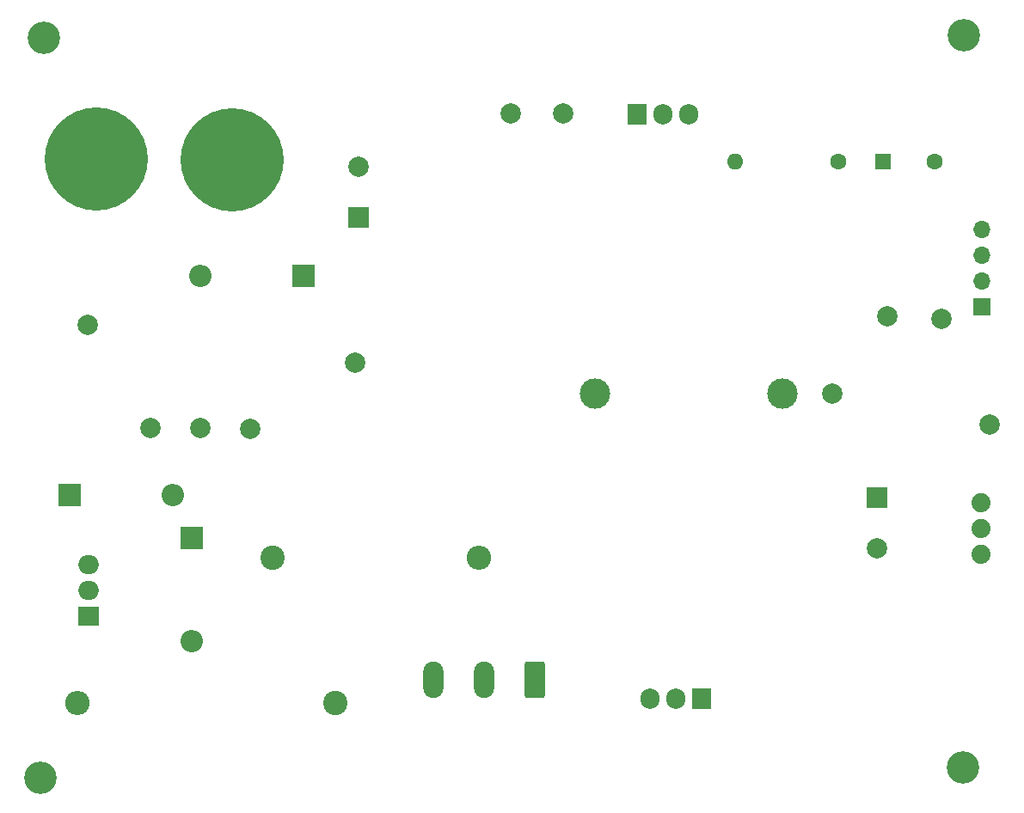
<source format=gbr>
%TF.GenerationSoftware,KiCad,Pcbnew,(6.0.1)*%
%TF.CreationDate,2022-03-30T23:18:15-05:00*%
%TF.ProjectId,system_voltages,73797374-656d-45f7-966f-6c7461676573,rev?*%
%TF.SameCoordinates,Original*%
%TF.FileFunction,Soldermask,Bot*%
%TF.FilePolarity,Negative*%
%FSLAX46Y46*%
G04 Gerber Fmt 4.6, Leading zero omitted, Abs format (unit mm)*
G04 Created by KiCad (PCBNEW (6.0.1)) date 2022-03-30 23:18:15*
%MOMM*%
%LPD*%
G01*
G04 APERTURE LIST*
G04 Aperture macros list*
%AMRoundRect*
0 Rectangle with rounded corners*
0 $1 Rounding radius*
0 $2 $3 $4 $5 $6 $7 $8 $9 X,Y pos of 4 corners*
0 Add a 4 corners polygon primitive as box body*
4,1,4,$2,$3,$4,$5,$6,$7,$8,$9,$2,$3,0*
0 Add four circle primitives for the rounded corners*
1,1,$1+$1,$2,$3*
1,1,$1+$1,$4,$5*
1,1,$1+$1,$6,$7*
1,1,$1+$1,$8,$9*
0 Add four rect primitives between the rounded corners*
20,1,$1+$1,$2,$3,$4,$5,0*
20,1,$1+$1,$4,$5,$6,$7,0*
20,1,$1+$1,$6,$7,$8,$9,0*
20,1,$1+$1,$8,$9,$2,$3,0*%
G04 Aperture macros list end*
%ADD10C,1.600000*%
%ADD11O,1.600000X1.600000*%
%ADD12C,1.879600*%
%ADD13R,2.200000X2.200000*%
%ADD14O,2.200000X2.200000*%
%ADD15C,10.160000*%
%ADD16C,3.000000*%
%ADD17RoundRect,0.250000X0.750000X1.550000X-0.750000X1.550000X-0.750000X-1.550000X0.750000X-1.550000X0*%
%ADD18O,2.000000X3.600000*%
%ADD19C,2.000000*%
%ADD20C,2.400000*%
%ADD21O,2.400000X2.400000*%
%ADD22C,3.200000*%
%ADD23R,1.600000X1.600000*%
%ADD24R,2.000000X2.000000*%
%ADD25R,1.700000X1.700000*%
%ADD26O,1.700000X1.700000*%
%ADD27R,2.000000X1.905000*%
%ADD28O,2.000000X1.905000*%
%ADD29R,1.905000X2.000000*%
%ADD30O,1.905000X2.000000*%
G04 APERTURE END LIST*
D10*
%TO.C,R10*%
X136855200Y-95402400D03*
D11*
X126695200Y-95402400D03*
%TD*%
D12*
%TO.C,U5*%
X150883899Y-128986200D03*
X150883899Y-131526200D03*
X150883899Y-134066200D03*
%TD*%
D13*
%TO.C,D2*%
X73152000Y-132461000D03*
D14*
X73152000Y-142621000D03*
%TD*%
D15*
%TO.C,J1*%
X63804800Y-95199200D03*
%TD*%
D16*
%TO.C,L1*%
X112873200Y-118287800D03*
X131373200Y-118287800D03*
%TD*%
D17*
%TO.C,J3*%
X106930200Y-146495900D03*
D18*
X101930200Y-146495900D03*
X96930200Y-146495900D03*
%TD*%
D19*
%TO.C,J6*%
X141681200Y-110667800D03*
%TD*%
D20*
%TO.C,R2*%
X81102200Y-134442200D03*
D21*
X101422200Y-134442200D03*
%TD*%
D22*
%TO.C,H4*%
X149199600Y-82981800D03*
%TD*%
D19*
%TO.C,J12*%
X89255600Y-115265200D03*
%TD*%
D22*
%TO.C,H2*%
X58648600Y-83261200D03*
%TD*%
D23*
%TO.C,C8*%
X141285149Y-95453200D03*
D10*
X146285149Y-95453200D03*
%TD*%
D24*
%TO.C,C5*%
X89560400Y-100919677D03*
D19*
X89560400Y-95919677D03*
%TD*%
%TO.C,J14*%
X69138800Y-121666000D03*
%TD*%
D15*
%TO.C,J2*%
X77165200Y-95250000D03*
%TD*%
D25*
%TO.C,J4*%
X150977600Y-109743400D03*
D26*
X150977600Y-107203400D03*
X150977600Y-104663400D03*
X150977600Y-102123400D03*
%TD*%
D20*
%TO.C,R1*%
X87299800Y-148767800D03*
D21*
X61899800Y-148767800D03*
%TD*%
D22*
%TO.C,H3*%
X149098000Y-155067000D03*
%TD*%
D27*
%TO.C,U2*%
X63022600Y-140208000D03*
D28*
X63022600Y-137668000D03*
X63022600Y-135128000D03*
%TD*%
D19*
%TO.C,J10*%
X136271000Y-118237000D03*
%TD*%
D24*
%TO.C,C7*%
X140665200Y-128543923D03*
D19*
X140665200Y-133543923D03*
%TD*%
%TO.C,J8*%
X104622600Y-90652600D03*
%TD*%
D29*
%TO.C,Q2*%
X123367800Y-148310600D03*
D30*
X120827800Y-148310600D03*
X118287800Y-148310600D03*
%TD*%
D19*
%TO.C,J5*%
X109778800Y-90652600D03*
%TD*%
%TO.C,J16*%
X146964400Y-110947200D03*
%TD*%
D29*
%TO.C,Q1*%
X117068600Y-90759400D03*
D30*
X119608600Y-90759400D03*
X122148600Y-90759400D03*
%TD*%
D22*
%TO.C,H1*%
X58293000Y-156083000D03*
%TD*%
D19*
%TO.C,J15*%
X73990200Y-121666000D03*
%TD*%
%TO.C,J13*%
X151765000Y-121285000D03*
%TD*%
D13*
%TO.C,D1*%
X61188600Y-128270000D03*
D14*
X71348600Y-128270000D03*
%TD*%
D13*
%TO.C,D3*%
X84175600Y-106705400D03*
D14*
X74015600Y-106705400D03*
%TD*%
D19*
%TO.C,J11*%
X78943200Y-121716800D03*
%TD*%
%TO.C,J7*%
X62941200Y-111506000D03*
%TD*%
M02*

</source>
